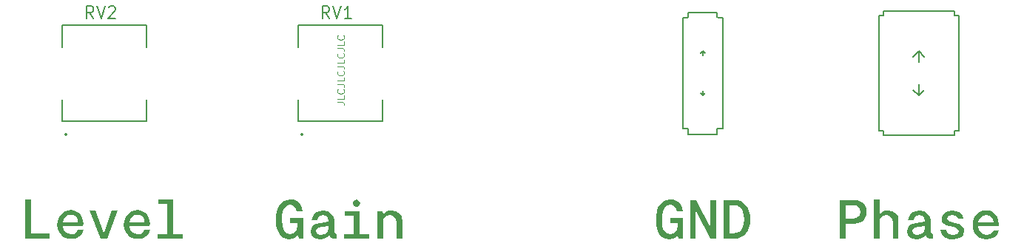
<source format=gbr>
%TF.GenerationSoftware,KiCad,Pcbnew,(6.0.9-0)*%
%TF.CreationDate,2024-08-25T20:50:42+02:00*%
%TF.ProjectId,preamp-test,70726561-6d70-42d7-9465-73742e6b6963,rev?*%
%TF.SameCoordinates,Original*%
%TF.FileFunction,Legend,Top*%
%TF.FilePolarity,Positive*%
%FSLAX46Y46*%
G04 Gerber Fmt 4.6, Leading zero omitted, Abs format (unit mm)*
G04 Created by KiCad (PCBNEW (6.0.9-0)) date 2024-08-25 20:50:42*
%MOMM*%
%LPD*%
G01*
G04 APERTURE LIST*
%ADD10C,0.120000*%
%ADD11C,0.150000*%
%ADD12C,0.127000*%
%ADD13C,0.152400*%
%ADD14C,0.200000*%
%ADD15R,3.416000X3.416000*%
%ADD16O,3.416000X3.416000*%
%ADD17O,2.700000X5.400000*%
%ADD18R,1.800000X1.800000*%
%ADD19C,1.800000*%
%ADD20C,1.900000*%
%ADD21C,1.500000*%
%ADD22R,1.700000X1.700000*%
%ADD23O,1.700000X1.700000*%
G04 APERTURE END LIST*
D10*
X80061904Y-81695238D02*
X80633333Y-81695238D01*
X80747619Y-81733333D01*
X80823809Y-81809523D01*
X80861904Y-81923809D01*
X80861904Y-82000000D01*
X80861904Y-80933333D02*
X80861904Y-81314285D01*
X80061904Y-81314285D01*
X80785714Y-80209523D02*
X80823809Y-80247619D01*
X80861904Y-80361904D01*
X80861904Y-80438095D01*
X80823809Y-80552380D01*
X80747619Y-80628571D01*
X80671428Y-80666666D01*
X80519047Y-80704761D01*
X80404761Y-80704761D01*
X80252380Y-80666666D01*
X80176190Y-80628571D01*
X80100000Y-80552380D01*
X80061904Y-80438095D01*
X80061904Y-80361904D01*
X80100000Y-80247619D01*
X80138095Y-80209523D01*
X80061904Y-79638095D02*
X80633333Y-79638095D01*
X80747619Y-79676190D01*
X80823809Y-79752380D01*
X80861904Y-79866666D01*
X80861904Y-79942857D01*
X80861904Y-78876190D02*
X80861904Y-79257142D01*
X80061904Y-79257142D01*
X80785714Y-78152380D02*
X80823809Y-78190476D01*
X80861904Y-78304761D01*
X80861904Y-78380952D01*
X80823809Y-78495238D01*
X80747619Y-78571428D01*
X80671428Y-78609523D01*
X80519047Y-78647619D01*
X80404761Y-78647619D01*
X80252380Y-78609523D01*
X80176190Y-78571428D01*
X80100000Y-78495238D01*
X80061904Y-78380952D01*
X80061904Y-78304761D01*
X80100000Y-78190476D01*
X80138095Y-78152380D01*
X80061904Y-77580952D02*
X80633333Y-77580952D01*
X80747619Y-77619047D01*
X80823809Y-77695238D01*
X80861904Y-77809523D01*
X80861904Y-77885714D01*
X80861904Y-76819047D02*
X80861904Y-77200000D01*
X80061904Y-77200000D01*
X80785714Y-76095238D02*
X80823809Y-76133333D01*
X80861904Y-76247619D01*
X80861904Y-76323809D01*
X80823809Y-76438095D01*
X80747619Y-76514285D01*
X80671428Y-76552380D01*
X80519047Y-76590476D01*
X80404761Y-76590476D01*
X80252380Y-76552380D01*
X80176190Y-76514285D01*
X80100000Y-76438095D01*
X80061904Y-76323809D01*
X80061904Y-76247619D01*
X80100000Y-76133333D01*
X80138095Y-76095238D01*
X80061904Y-75523809D02*
X80633333Y-75523809D01*
X80747619Y-75561904D01*
X80823809Y-75638095D01*
X80861904Y-75752380D01*
X80861904Y-75828571D01*
X80861904Y-74761904D02*
X80861904Y-75142857D01*
X80061904Y-75142857D01*
X80785714Y-74038095D02*
X80823809Y-74076190D01*
X80861904Y-74190476D01*
X80861904Y-74266666D01*
X80823809Y-74380952D01*
X80747619Y-74457142D01*
X80671428Y-74495238D01*
X80519047Y-74533333D01*
X80404761Y-74533333D01*
X80252380Y-74495238D01*
X80176190Y-74457142D01*
X80100000Y-74380952D01*
X80061904Y-74266666D01*
X80061904Y-74190476D01*
X80100000Y-74076190D01*
X80138095Y-74038095D01*
D11*
%TO.C,RV2*%
X52161666Y-72094333D02*
X51695000Y-71427666D01*
X51361666Y-72094333D02*
X51361666Y-70694333D01*
X51895000Y-70694333D01*
X52028333Y-70761000D01*
X52095000Y-70827666D01*
X52161666Y-70961000D01*
X52161666Y-71161000D01*
X52095000Y-71294333D01*
X52028333Y-71361000D01*
X51895000Y-71427666D01*
X51361666Y-71427666D01*
X52561666Y-70694333D02*
X53028333Y-72094333D01*
X53495000Y-70694333D01*
X53895000Y-70827666D02*
X53961666Y-70761000D01*
X54095000Y-70694333D01*
X54428333Y-70694333D01*
X54561666Y-70761000D01*
X54628333Y-70827666D01*
X54695000Y-70961000D01*
X54695000Y-71094333D01*
X54628333Y-71294333D01*
X53828333Y-72094333D01*
X54695000Y-72094333D01*
%TO.C,RV1*%
X79161666Y-72094333D02*
X78695000Y-71427666D01*
X78361666Y-72094333D02*
X78361666Y-70694333D01*
X78895000Y-70694333D01*
X79028333Y-70761000D01*
X79095000Y-70827666D01*
X79161666Y-70961000D01*
X79161666Y-71161000D01*
X79095000Y-71294333D01*
X79028333Y-71361000D01*
X78895000Y-71427666D01*
X78361666Y-71427666D01*
X79561666Y-70694333D02*
X80028333Y-72094333D01*
X80495000Y-70694333D01*
X81695000Y-72094333D02*
X80895000Y-72094333D01*
X81295000Y-72094333D02*
X81295000Y-70694333D01*
X81161666Y-70894333D01*
X81028333Y-71027666D01*
X80895000Y-71094333D01*
%TO.C,kibuzzard-66CA6E97*%
G36*
X45011975Y-96710500D02*
G01*
X47158275Y-96710500D01*
X47158275Y-97313750D01*
X44332525Y-97313750D01*
X44332525Y-92868750D01*
X45011975Y-92868750D01*
X45011975Y-96710500D01*
G37*
G36*
X53330475Y-96640650D02*
G01*
X53374925Y-96640650D01*
X54282975Y-94138750D01*
X54943375Y-94138750D01*
X53743225Y-97313750D01*
X52955825Y-97313750D01*
X51749325Y-94138750D01*
X52416075Y-94138750D01*
X53330475Y-96640650D01*
G37*
G36*
X56353075Y-96281081D02*
G01*
X56549925Y-96586675D01*
X56842025Y-96784319D01*
X57210325Y-96850200D01*
X57576508Y-96795872D01*
X57836858Y-96632889D01*
X57991375Y-96361250D01*
X58613675Y-96361250D01*
X58443813Y-96785906D01*
X58137425Y-97107375D01*
X57718325Y-97309781D01*
X57210325Y-97377250D01*
X56780642Y-97327508D01*
X56405992Y-97178283D01*
X56086375Y-96929575D01*
X55842958Y-96600433D01*
X55696908Y-96209908D01*
X55648225Y-95758000D01*
X55681453Y-95434150D01*
X56276875Y-95434150D01*
X57997725Y-95434150D01*
X57936606Y-95099981D01*
X57765950Y-94834075D01*
X57506394Y-94660244D01*
X57178575Y-94602300D01*
X56849962Y-94661831D01*
X56575325Y-94840425D01*
X56376888Y-95107919D01*
X56276875Y-95434150D01*
X55681453Y-95434150D01*
X55696908Y-95283514D01*
X55842958Y-94876056D01*
X56086375Y-94535625D01*
X56402464Y-94279861D01*
X56766531Y-94126403D01*
X57178575Y-94075250D01*
X57569806Y-94121111D01*
X57913764Y-94258694D01*
X58210450Y-94488000D01*
X58437992Y-94804089D01*
X58574517Y-95202022D01*
X58620025Y-95681800D01*
X58607325Y-95891350D01*
X56270525Y-95891350D01*
X56353075Y-96281081D01*
G37*
G36*
X48733075Y-96281081D02*
G01*
X48929925Y-96586675D01*
X49222025Y-96784319D01*
X49590325Y-96850200D01*
X49956508Y-96795872D01*
X50216858Y-96632889D01*
X50371375Y-96361250D01*
X50993675Y-96361250D01*
X50823813Y-96785906D01*
X50517425Y-97107375D01*
X50098325Y-97309781D01*
X49590325Y-97377250D01*
X49160642Y-97327508D01*
X48785992Y-97178283D01*
X48466375Y-96929575D01*
X48222958Y-96600433D01*
X48076908Y-96209908D01*
X48028225Y-95758000D01*
X48061453Y-95434150D01*
X48656875Y-95434150D01*
X50377725Y-95434150D01*
X50316606Y-95099981D01*
X50145950Y-94834075D01*
X49886394Y-94660244D01*
X49558575Y-94602300D01*
X49229962Y-94661831D01*
X48955325Y-94840425D01*
X48756888Y-95107919D01*
X48656875Y-95434150D01*
X48061453Y-95434150D01*
X48076908Y-95283514D01*
X48222958Y-94876056D01*
X48466375Y-94535625D01*
X48782464Y-94279861D01*
X49146531Y-94126403D01*
X49558575Y-94075250D01*
X49949806Y-94121111D01*
X50293764Y-94258694D01*
X50590450Y-94488000D01*
X50817992Y-94804089D01*
X50954517Y-95202022D01*
X51000025Y-95681800D01*
X50987325Y-95891350D01*
X48650525Y-95891350D01*
X48733075Y-96281081D01*
G37*
G36*
X61248925Y-96812100D02*
G01*
X62347475Y-96812100D01*
X62347475Y-97313750D01*
X59502675Y-97313750D01*
X59502675Y-96812100D01*
X60601225Y-96812100D01*
X60601225Y-93370400D01*
X59566175Y-93370400D01*
X59566175Y-92868750D01*
X61248925Y-92868750D01*
X61248925Y-96812100D01*
G37*
D12*
%TO.C,SW1*%
X121900000Y-75860000D02*
X122154000Y-76114000D01*
D13*
X120249000Y-72050000D02*
X120249000Y-71415000D01*
X120249000Y-85385000D02*
X120249000Y-84750000D01*
D12*
X121900000Y-80940000D02*
X121646000Y-80686000D01*
D13*
X120249000Y-71415000D02*
X123551000Y-71415000D01*
D12*
X121900000Y-80940000D02*
X122154000Y-80686000D01*
D13*
X124186000Y-72050000D02*
X124186000Y-84750000D01*
X123551000Y-72050000D02*
X124186000Y-72050000D01*
X119614000Y-72050000D02*
X120249000Y-72050000D01*
X123551000Y-84750000D02*
X123551000Y-85385000D01*
X119614000Y-84750000D02*
X119614000Y-72050000D01*
D12*
X121900000Y-76368000D02*
X121900000Y-75860000D01*
D13*
X123551000Y-71415000D02*
X123551000Y-72050000D01*
D12*
X121900000Y-80432000D02*
X121900000Y-80940000D01*
D13*
X124186000Y-84750000D02*
X123551000Y-84750000D01*
X123551000Y-85385000D02*
X120249000Y-85385000D01*
D12*
X121900000Y-75860000D02*
X121646000Y-76114000D01*
D13*
X120249000Y-84750000D02*
X119614000Y-84750000D01*
D12*
%TO.C,RV2*%
X48550000Y-75380000D02*
X48550000Y-72900000D01*
X48550000Y-83900000D02*
X58250000Y-83900000D01*
X48550000Y-72900000D02*
X58250000Y-72900000D01*
X58250000Y-72900000D02*
X58250000Y-75380000D01*
X58250000Y-83900000D02*
X58250000Y-81420000D01*
X48550000Y-81420000D02*
X48550000Y-83900000D01*
D14*
X49100000Y-85400000D02*
G75*
G03*
X49100000Y-85400000I-100000J0D01*
G01*
D12*
%TO.C,RV1*%
X75550000Y-72900000D02*
X85250000Y-72900000D01*
X85250000Y-83900000D02*
X85250000Y-81420000D01*
X75550000Y-81420000D02*
X75550000Y-83900000D01*
X85250000Y-72900000D02*
X85250000Y-75380000D01*
X75550000Y-83900000D02*
X85250000Y-83900000D01*
X75550000Y-75380000D02*
X75550000Y-72900000D01*
D14*
X76100000Y-85400000D02*
G75*
G03*
X76100000Y-85400000I-100000J0D01*
G01*
%TO.C,kibuzzard-66CA6F40*%
G36*
X146329400Y-97409000D02*
G01*
X145887281Y-97351056D01*
X145538825Y-97177225D01*
X145312606Y-96890681D01*
X145237200Y-96494600D01*
X145243341Y-96462850D01*
X145884900Y-96462850D01*
X146034125Y-96793050D01*
X146424650Y-96901000D01*
X146747706Y-96853375D01*
X147031075Y-96710500D01*
X147228719Y-96469200D01*
X147294600Y-96126300D01*
X147294600Y-95891350D01*
X146538950Y-95967550D01*
X146175589Y-96050806D01*
X145957572Y-96215906D01*
X145884900Y-96462850D01*
X145243341Y-96462850D01*
X145311813Y-96108838D01*
X145535650Y-95815150D01*
X145881725Y-95618300D01*
X146323050Y-95523050D01*
X147294600Y-95421450D01*
X147294600Y-95269050D01*
X147252531Y-94998381D01*
X147126325Y-94795975D01*
X146925506Y-94669769D01*
X146659600Y-94627700D01*
X146344217Y-94690494D01*
X146126200Y-94878878D01*
X146005550Y-95192850D01*
X145364200Y-95192850D01*
X145484056Y-94755494D01*
X145754725Y-94408625D01*
X146157156Y-94182406D01*
X146672300Y-94107000D01*
X147184269Y-94183994D01*
X147589875Y-94414975D01*
X147854194Y-94788831D01*
X147942300Y-95294450D01*
X147942300Y-96596200D01*
X148183600Y-96850200D01*
X148259800Y-96850200D01*
X148259800Y-97345500D01*
X147974050Y-97345500D01*
X147585113Y-97247075D01*
X147383500Y-96951800D01*
X147105511Y-97205800D01*
X146754144Y-97358200D01*
X146424650Y-97397608D01*
X146329400Y-97409000D01*
G37*
G36*
X153498550Y-96312831D02*
G01*
X153695400Y-96618425D01*
X153987500Y-96816069D01*
X154355800Y-96881950D01*
X154721983Y-96827622D01*
X154982333Y-96664639D01*
X155136850Y-96393000D01*
X155759150Y-96393000D01*
X155589288Y-96817656D01*
X155282900Y-97139125D01*
X154863800Y-97341531D01*
X154355800Y-97409000D01*
X153926117Y-97359258D01*
X153551467Y-97210033D01*
X153231850Y-96961325D01*
X152988433Y-96632183D01*
X152842383Y-96241658D01*
X152793700Y-95789750D01*
X152826928Y-95465900D01*
X153422350Y-95465900D01*
X155143200Y-95465900D01*
X155082081Y-95131731D01*
X154911425Y-94865825D01*
X154651869Y-94691994D01*
X154324050Y-94634050D01*
X153995438Y-94693581D01*
X153720800Y-94872175D01*
X153522362Y-95139669D01*
X153422350Y-95465900D01*
X152826928Y-95465900D01*
X152842383Y-95315264D01*
X152988433Y-94907806D01*
X153231850Y-94567375D01*
X153547939Y-94311611D01*
X153912006Y-94158153D01*
X154324050Y-94107000D01*
X154715281Y-94152861D01*
X155059239Y-94290444D01*
X155355925Y-94519750D01*
X155583467Y-94835839D01*
X155719992Y-95233772D01*
X155765500Y-95713550D01*
X155752800Y-95923100D01*
X153416000Y-95923100D01*
X153498550Y-96312831D01*
G37*
G36*
X138252200Y-97345500D02*
G01*
X137604500Y-97345500D01*
X137604500Y-95046800D01*
X138252200Y-95046800D01*
X139084050Y-95046800D01*
X139443619Y-94994413D01*
X139709525Y-94837250D01*
X139873831Y-94588012D01*
X139928600Y-94259400D01*
X139873831Y-93941106D01*
X139709525Y-93697425D01*
X139453144Y-93542644D01*
X139122150Y-93491050D01*
X138252200Y-93491050D01*
X138252200Y-95046800D01*
X137604500Y-95046800D01*
X137604500Y-92900500D01*
X139236450Y-92900500D01*
X139627328Y-92942128D01*
X139961761Y-93067011D01*
X140239750Y-93275150D01*
X140447889Y-93551022D01*
X140572772Y-93879106D01*
X140614400Y-94259400D01*
X140572067Y-94650278D01*
X140445067Y-94984711D01*
X140233400Y-95262700D01*
X139949061Y-95470839D01*
X139604044Y-95595722D01*
X139198350Y-95637350D01*
X138252200Y-95637350D01*
X138252200Y-97345500D01*
G37*
G36*
X150975219Y-94174469D02*
G01*
X151374475Y-94376875D01*
X151630856Y-94676119D01*
X151733250Y-95034100D01*
X151104600Y-95034100D01*
X150898225Y-94722950D01*
X150444200Y-94602300D01*
X149993350Y-94710250D01*
X149815550Y-95021400D01*
X149967950Y-95288100D01*
X150177500Y-95370650D01*
X150501350Y-95453200D01*
X150768050Y-95516700D01*
X151227631Y-95663544D01*
X151552275Y-95862775D01*
X151745156Y-96128681D01*
X151809450Y-96475550D01*
X151717375Y-96877981D01*
X151441150Y-97170875D01*
X151026813Y-97349469D01*
X150520400Y-97409000D01*
X150100242Y-97377603D01*
X149754167Y-97283411D01*
X149482175Y-97126425D01*
X149209919Y-96793844D01*
X149098000Y-96361250D01*
X149726650Y-96361250D01*
X149843067Y-96668167D01*
X150107650Y-96852317D01*
X150520400Y-96913700D01*
X151015700Y-96808925D01*
X151212550Y-96488250D01*
X151050625Y-96192975D01*
X150835519Y-96084231D01*
X150514050Y-95992950D01*
X150215600Y-95929450D01*
X149775863Y-95800069D01*
X149459950Y-95627825D01*
X149269450Y-95387319D01*
X149205950Y-95053150D01*
X149294850Y-94657069D01*
X149561550Y-94357825D01*
X149960013Y-94169706D01*
X150444200Y-94107000D01*
X150975219Y-94174469D01*
G37*
G36*
X142113000Y-94564200D02*
G01*
X142157450Y-94564200D01*
X142405100Y-94310200D01*
X142724717Y-94157800D01*
X143116300Y-94107000D01*
X143596519Y-94189550D01*
X143970375Y-94437200D01*
X144210881Y-94832487D01*
X144291050Y-95357950D01*
X144291050Y-97345500D01*
X143643350Y-97345500D01*
X143643350Y-95472250D01*
X143591756Y-95116650D01*
X143436975Y-94862650D01*
X143201231Y-94710250D01*
X142906750Y-94659450D01*
X142589250Y-94713425D01*
X142335250Y-94875350D01*
X142168562Y-95145225D01*
X142113000Y-95523050D01*
X142113000Y-97345500D01*
X141465300Y-97345500D01*
X141465300Y-92837000D01*
X142113000Y-92837000D01*
X142113000Y-94564200D01*
G37*
%TO.C,kibuzzard-66CA6F29*%
G36*
X118553089Y-92876864D02*
G01*
X118876939Y-92996456D01*
X119151400Y-93195775D01*
X119368006Y-93466356D01*
X119518289Y-93799731D01*
X119602250Y-94195900D01*
X118903750Y-94195900D01*
X118752761Y-93783150D01*
X118511461Y-93535500D01*
X118179850Y-93452950D01*
X117773450Y-93564869D01*
X117468650Y-93900625D01*
X117327539Y-94243878D01*
X117242872Y-94676736D01*
X117214650Y-95199200D01*
X117253004Y-95782130D01*
X117368066Y-96235520D01*
X117559836Y-96559370D01*
X117828314Y-96753680D01*
X118173500Y-96818450D01*
X118509256Y-96758125D01*
X118767225Y-96577150D01*
X118931531Y-96283463D01*
X118986300Y-95885000D01*
X118986300Y-95529400D01*
X118141750Y-95529400D01*
X118141750Y-94996000D01*
X119634000Y-94996000D01*
X119634000Y-97345500D01*
X119119650Y-97345500D01*
X119043450Y-96964500D01*
X118999000Y-96964500D01*
X118684675Y-97262950D01*
X118407656Y-97372487D01*
X118052850Y-97409000D01*
X117603058Y-97345147D01*
X117227350Y-97153589D01*
X116925725Y-96834325D01*
X116752092Y-96516627D01*
X116628069Y-96138206D01*
X116553655Y-95699064D01*
X116528850Y-95199200D01*
X116556234Y-94673936D01*
X116638388Y-94209394D01*
X116775309Y-93805573D01*
X116967000Y-93462475D01*
X117296494Y-93114989D01*
X117700778Y-92906497D01*
X118179850Y-92837000D01*
X118553089Y-92876864D01*
G37*
G36*
X122726450Y-96081850D02*
G01*
X122770900Y-96081850D01*
X122770900Y-92900500D01*
X123393200Y-92900500D01*
X123393200Y-97345500D01*
X122720100Y-97345500D01*
X121138950Y-94170500D01*
X121094500Y-94170500D01*
X121094500Y-97345500D01*
X120472200Y-97345500D01*
X120472200Y-92900500D01*
X121145300Y-92900500D01*
X122726450Y-96081850D01*
G37*
G36*
X124282200Y-92900500D02*
G01*
X125406150Y-92900500D01*
X125842316Y-92937608D01*
X126223713Y-93048931D01*
X126550341Y-93234470D01*
X126822200Y-93494225D01*
X127036116Y-93817877D01*
X127188913Y-94195106D01*
X127280591Y-94625914D01*
X127311150Y-95110300D01*
X127280789Y-95600639D01*
X127189706Y-96036606D01*
X127037902Y-96418202D01*
X126825375Y-96745425D01*
X126554508Y-97007958D01*
X126227681Y-97195481D01*
X125844895Y-97307995D01*
X125406150Y-97345500D01*
X124282200Y-97345500D01*
X124282200Y-96742250D01*
X124948950Y-96742250D01*
X125368050Y-96742250D01*
X125749403Y-96696036D01*
X126063728Y-96557394D01*
X126311025Y-96326325D01*
X126489178Y-96006356D01*
X126596069Y-95601014D01*
X126631700Y-95110300D01*
X126596599Y-94619410D01*
X126491294Y-94217772D01*
X126315788Y-93905388D01*
X126070078Y-93682256D01*
X125754165Y-93548376D01*
X125368050Y-93503750D01*
X124948950Y-93503750D01*
X124948950Y-96742250D01*
X124282200Y-96742250D01*
X124282200Y-92900500D01*
G37*
%TO.C,kibuzzard-66CA6ECA*%
G36*
X86789419Y-94189550D02*
G01*
X87163275Y-94437200D01*
X87403781Y-94832487D01*
X87483950Y-95357950D01*
X87483950Y-97345500D01*
X86836250Y-97345500D01*
X86836250Y-95472250D01*
X86784656Y-95116650D01*
X86629875Y-94862650D01*
X86394131Y-94710250D01*
X86099650Y-94659450D01*
X85782150Y-94713425D01*
X85528150Y-94875350D01*
X85361463Y-95145225D01*
X85305900Y-95523050D01*
X85305900Y-97345500D01*
X84658200Y-97345500D01*
X84658200Y-94170500D01*
X85242400Y-94170500D01*
X85305900Y-94564200D01*
X85350350Y-94564200D01*
X85598000Y-94310200D01*
X85917617Y-94157800D01*
X86309200Y-94107000D01*
X86789419Y-94189550D01*
G37*
G36*
X82581750Y-96843850D02*
G01*
X83680300Y-96843850D01*
X83680300Y-97345500D01*
X80835500Y-97345500D01*
X80835500Y-96843850D01*
X81940400Y-96843850D01*
X81940400Y-94672150D01*
X80899000Y-94672150D01*
X80899000Y-94170500D01*
X82581750Y-94170500D01*
X82581750Y-96843850D01*
G37*
G36*
X75068289Y-92876864D02*
G01*
X75392139Y-92996456D01*
X75666600Y-93195775D01*
X75883206Y-93466356D01*
X76033489Y-93799731D01*
X76117450Y-94195900D01*
X75418950Y-94195900D01*
X75267961Y-93783150D01*
X75026661Y-93535500D01*
X74695050Y-93452950D01*
X74288650Y-93564869D01*
X73983850Y-93900625D01*
X73842739Y-94243878D01*
X73758072Y-94676736D01*
X73729850Y-95199200D01*
X73768204Y-95782130D01*
X73883266Y-96235520D01*
X74075036Y-96559370D01*
X74343514Y-96753680D01*
X74688700Y-96818450D01*
X75024456Y-96758125D01*
X75282425Y-96577150D01*
X75446731Y-96283463D01*
X75501500Y-95885000D01*
X75501500Y-95529400D01*
X74656950Y-95529400D01*
X74656950Y-94996000D01*
X76149200Y-94996000D01*
X76149200Y-97345500D01*
X75634850Y-97345500D01*
X75558650Y-96964500D01*
X75514200Y-96964500D01*
X75199875Y-97262950D01*
X74922856Y-97372487D01*
X74568050Y-97409000D01*
X74118258Y-97345147D01*
X73742550Y-97153589D01*
X73440925Y-96834325D01*
X73267292Y-96516627D01*
X73143269Y-96138206D01*
X73068855Y-95699064D01*
X73044050Y-95199200D01*
X73071434Y-94673936D01*
X73153587Y-94209394D01*
X73290509Y-93805573D01*
X73482200Y-93462475D01*
X73811694Y-93114989D01*
X74215978Y-92906497D01*
X74695050Y-92837000D01*
X75068289Y-92876864D01*
G37*
G36*
X78092300Y-97409000D02*
G01*
X77650181Y-97351056D01*
X77301725Y-97177225D01*
X77075506Y-96890681D01*
X77000100Y-96494600D01*
X77006241Y-96462850D01*
X77647800Y-96462850D01*
X77797025Y-96793050D01*
X78187550Y-96901000D01*
X78510606Y-96853375D01*
X78793975Y-96710500D01*
X78991619Y-96469200D01*
X79057500Y-96126300D01*
X79057500Y-95891350D01*
X78301850Y-95967550D01*
X77938489Y-96050806D01*
X77720472Y-96215906D01*
X77647800Y-96462850D01*
X77006241Y-96462850D01*
X77074712Y-96108838D01*
X77298550Y-95815150D01*
X77644625Y-95618300D01*
X78085950Y-95523050D01*
X79057500Y-95421450D01*
X79057500Y-95269050D01*
X79015431Y-94998381D01*
X78889225Y-94795975D01*
X78688406Y-94669769D01*
X78422500Y-94627700D01*
X78107117Y-94690494D01*
X77889100Y-94878878D01*
X77768450Y-95192850D01*
X77127100Y-95192850D01*
X77246956Y-94755494D01*
X77517625Y-94408625D01*
X77920056Y-94182406D01*
X78435200Y-94107000D01*
X78947169Y-94183994D01*
X79352775Y-94414975D01*
X79617094Y-94788831D01*
X79705200Y-95294450D01*
X79705200Y-96596200D01*
X79946500Y-96850200D01*
X80022700Y-96850200D01*
X80022700Y-97345500D01*
X79736950Y-97345500D01*
X79348013Y-97247075D01*
X79146400Y-96951800D01*
X78868411Y-97205800D01*
X78517044Y-97358200D01*
X78187550Y-97397608D01*
X78092300Y-97409000D01*
G37*
G36*
X82556350Y-92998925D02*
G01*
X82677000Y-93287850D01*
X82556350Y-93576775D01*
X82270600Y-93700600D01*
X81975325Y-93576775D01*
X81851500Y-93287850D01*
X81975325Y-92998925D01*
X82270600Y-92881450D01*
X82556350Y-92998925D01*
G37*
D12*
%TO.C,SW2*%
X146600000Y-79670000D02*
X146600000Y-80940000D01*
D13*
X142028000Y-85004000D02*
X142028000Y-71796000D01*
X150664000Y-71796000D02*
X151172000Y-71796000D01*
X151172000Y-71796000D02*
X151172000Y-85004000D01*
X142536000Y-71796000D02*
X142536000Y-71288000D01*
X150664000Y-85512000D02*
X142536000Y-85512000D01*
X150664000Y-71288000D02*
X150664000Y-71796000D01*
D12*
X146600000Y-77130000D02*
X146600000Y-75860000D01*
X146600000Y-80940000D02*
X145965000Y-80305000D01*
D13*
X151172000Y-85004000D02*
X150664000Y-85004000D01*
X142536000Y-85512000D02*
X142536000Y-85004000D01*
X142536000Y-85004000D02*
X142028000Y-85004000D01*
X150664000Y-85004000D02*
X150664000Y-85512000D01*
X142536000Y-71288000D02*
X150664000Y-71288000D01*
X142028000Y-71796000D02*
X142536000Y-71796000D01*
D12*
X146600000Y-80940000D02*
X147235000Y-80305000D01*
X146600000Y-75860000D02*
X145965000Y-76495000D01*
X146600000Y-75860000D02*
X147235000Y-76495000D01*
%TD*%
%LPC*%
D15*
%TO.C,SW1*%
X121900000Y-73701000D03*
D16*
X121900000Y-78400000D03*
X121900000Y-83099000D03*
%TD*%
D17*
%TO.C,RV2*%
X57800000Y-78400000D03*
X49000000Y-78400000D03*
D18*
X50900000Y-85400000D03*
D19*
X53400000Y-85400000D03*
X55900000Y-85400000D03*
%TD*%
D17*
%TO.C,RV1*%
X84800000Y-78400000D03*
X76000000Y-78400000D03*
D18*
X77900000Y-85400000D03*
D19*
X80400000Y-85400000D03*
X82900000Y-85400000D03*
%TD*%
D15*
%TO.C,SW2*%
X144187000Y-73566000D03*
D16*
X144187000Y-78396000D03*
X144187000Y-83226000D03*
X149017000Y-73566000D03*
X149017000Y-78396000D03*
X149017000Y-83226000D03*
%TD*%
D20*
%TO.C,J8*%
X152870000Y-91600000D03*
X140130000Y-91600000D03*
%TD*%
D21*
%TO.C,TP3*%
X84455000Y-92710000D03*
%TD*%
%TO.C,TP1*%
X87307500Y-117094000D03*
%TD*%
%TO.C,TP4*%
X116078000Y-92710000D03*
%TD*%
D20*
%TO.C,J9*%
X59870000Y-91600000D03*
X47130000Y-91600000D03*
%TD*%
D21*
%TO.C,TP7*%
X70104000Y-105410000D03*
%TD*%
%TO.C,TP2*%
X97790000Y-90424000D03*
%TD*%
%TO.C,TP6*%
X43688000Y-105410000D03*
%TD*%
D22*
%TO.C,J1*%
X138303000Y-121500000D03*
D23*
X140843000Y-121500000D03*
X143383000Y-121500000D03*
X145923000Y-121500000D03*
X148463000Y-121500000D03*
X151003000Y-121500000D03*
X153543000Y-121500000D03*
X156083000Y-121500000D03*
%TD*%
D21*
%TO.C,TP5*%
X61722000Y-84836000D03*
%TD*%
M02*

</source>
